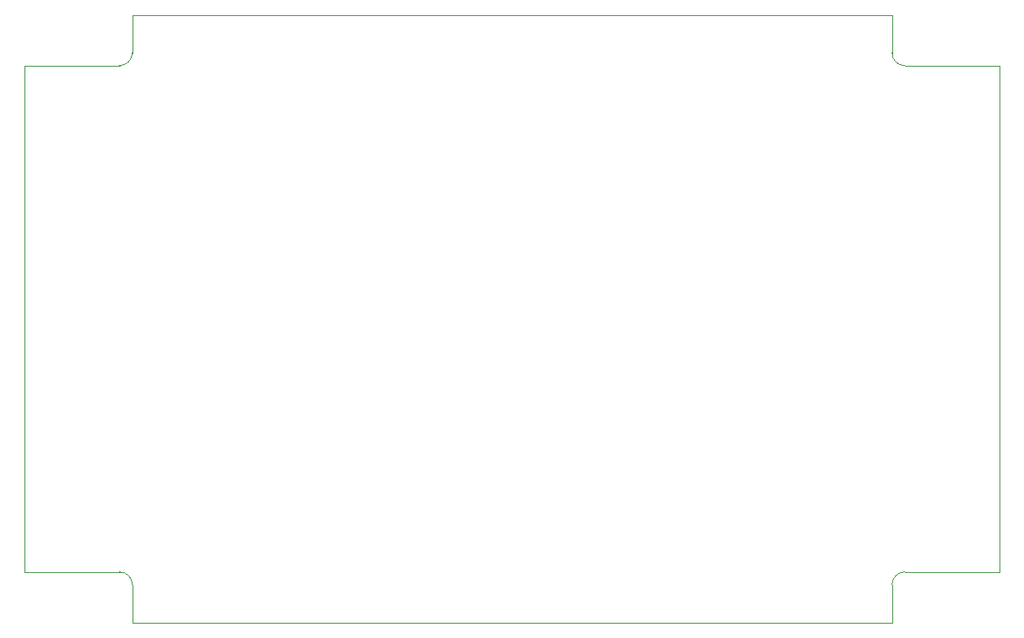
<source format=gbr>
%TF.GenerationSoftware,KiCad,Pcbnew,(5.1.8)-1*%
%TF.CreationDate,2021-05-16T11:41:04-04:00*%
%TF.ProjectId,openEPR_Lock-In,6f70656e-4550-4525-9f4c-6f636b2d496e,B*%
%TF.SameCoordinates,Original*%
%TF.FileFunction,Profile,NP*%
%FSLAX46Y46*%
G04 Gerber Fmt 4.6, Leading zero omitted, Abs format (unit mm)*
G04 Created by KiCad (PCBNEW (5.1.8)-1) date 2021-05-16 11:41:04*
%MOMM*%
%LPD*%
G01*
G04 APERTURE LIST*
%TA.AperFunction,Profile*%
%ADD10C,0.050000*%
%TD*%
G04 APERTURE END LIST*
D10*
X35560000Y-29210000D02*
G75*
G02*
X34290000Y-30480000I-1270000J0D01*
G01*
X113030000Y-30480000D02*
G75*
G02*
X111760000Y-29210000I0J1270000D01*
G01*
X111760000Y-82550000D02*
G75*
G02*
X113030000Y-81280000I1270000J0D01*
G01*
X34290000Y-81280000D02*
G75*
G02*
X35560000Y-82550000I0J-1270000D01*
G01*
X111760000Y-82550000D02*
X111760000Y-86360000D01*
X122555000Y-81280000D02*
X113030000Y-81280000D01*
X113030000Y-30480000D02*
X122555000Y-30480000D01*
X111760000Y-25400000D02*
X111760000Y-29210000D01*
X35560000Y-29210000D02*
X35560000Y-25400000D01*
X24765000Y-30480000D02*
X34290000Y-30480000D01*
X35560000Y-82550000D02*
X35560000Y-86360000D01*
X24765000Y-81280000D02*
X34290000Y-81280000D01*
X24765000Y-81280000D02*
X24765000Y-30480000D01*
X111760000Y-86360000D02*
X35560000Y-86360000D01*
X122555000Y-30480000D02*
X122555000Y-81280000D01*
X35560000Y-25400000D02*
X111760000Y-25400000D01*
M02*

</source>
